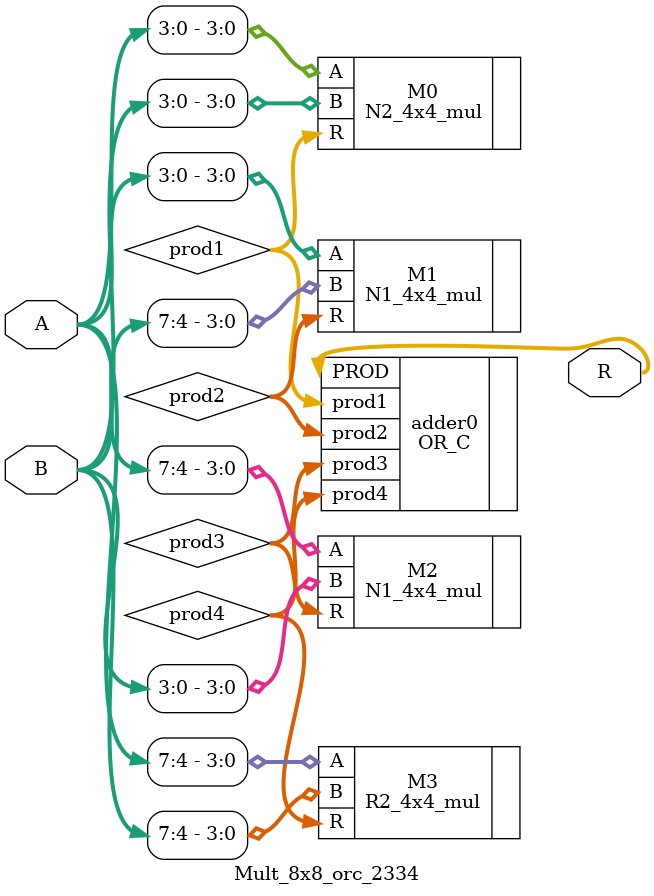
<source format=v>
module Mult_8x8_orc_2334(
input [7:0] A,
input [7:0] B,
output [15:0]R
);
wire [7:0]prod1;
wire [7:0]prod2;
wire [7:0]prod3;
wire [7:0]prod4;

N2_4x4_mul M0(.A(A[3:0]),.B(B[3:0]),.R(prod1));
N1_4x4_mul M1(.A(A[3:0]),.B(B[7:4]),.R(prod2));
N1_4x4_mul M2(.A(A[7:4]),.B(B[3:0]),.R(prod3));
R2_4x4_mul M3(.A(A[7:4]),.B(B[7:4]),.R(prod4));
OR_C adder0(.prod1(prod1),.prod2(prod2),.prod3(prod3),.prod4(prod4),.PROD(R));
endmodule

</source>
